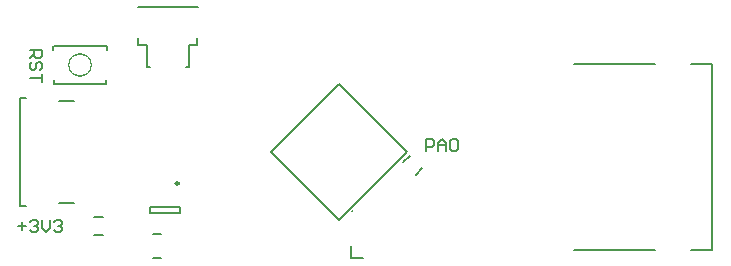
<source format=gbr>
%TF.GenerationSoftware,Altium Limited,Altium Designer,25.4.2 (15)*%
G04 Layer_Color=65535*
%FSLAX45Y45*%
%MOMM*%
%TF.SameCoordinates,D428E1E4-D561-4EBD-83AA-0298DF20FA0A*%
%TF.FilePolarity,Positive*%
%TF.FileFunction,Legend,Top*%
%TF.Part,Single*%
G01*
G75*
%TA.AperFunction,NonConductor*%
%ADD48C,0.25000*%
%ADD49C,0.12700*%
%TA.AperFunction,OtherPad,Pad SW1-H (-21.92mm,7.315mm)*%
%ADD50C,2.00000X1.79600*%
%TA.AperFunction,NonConductor*%
%ADD51C,0.20000*%
%ADD52C,0.15240*%
D48*
X-1356560Y-266700D02*
G03*
X-1356560Y-266700I-12500J0D01*
G01*
D49*
X113443Y-502894D02*
G03*
X113443Y-502894I-5680J0D01*
G01*
D50*
X-2192020Y731520D02*
D03*
D51*
X-1299500Y716145D02*
X-1274100D01*
Y899775D01*
X-1202040D01*
Y963275D01*
X-1629700Y716145D02*
X-1604300D01*
X-1629700D02*
Y899775D01*
X-1701760D02*
X-1629700D01*
X-1701760D02*
Y963275D01*
X-1705900Y1224145D02*
X-1197900D01*
X-1597660Y-469900D02*
X-1343660D01*
X-1597660Y-520700D02*
X-1343660D01*
Y-469900D01*
X-1597660Y-520700D02*
Y-469900D01*
X650963Y-195243D02*
X704844Y-141362D01*
X543200Y-87480D02*
X597081Y-33599D01*
X-1971040Y571500D02*
Y604520D01*
X-2407060Y571500D02*
X-1971040D01*
X-1968500Y858520D02*
Y891540D01*
X-2416360D02*
X-1968500D01*
X-2417880Y858520D02*
Y891540D01*
X-2412800Y571500D02*
Y604520D01*
X104478Y-896595D02*
Y-794995D01*
Y-896595D02*
X206078D01*
X-2703742Y-459235D02*
X-2652942D01*
X-2703742D02*
Y455165D01*
X-2652942D01*
X-2373542Y429765D02*
X-2246542D01*
X-2373542Y-433835D02*
X-2246542D01*
X1993540Y744339D02*
X2679340D01*
X1993540Y-830461D02*
X2679340D01*
X2984140D02*
X3161940D01*
Y744339D01*
X2984140D02*
X3161940D01*
X-1573442Y-700535D02*
X-1509942D01*
X-1573442Y-903735D02*
X-1509942D01*
X-2073822Y-705615D02*
X-1997622D01*
X-2073822Y-553215D02*
X-1997622D01*
X0Y-574736D02*
X574736Y0D01*
X-574736D02*
X0Y574736D01*
X-574736Y0D02*
X0Y-574736D01*
Y574736D02*
X574736Y0D01*
D52*
X734060Y7620D02*
Y109187D01*
X784843D01*
X801771Y92259D01*
Y58403D01*
X784843Y41476D01*
X734060D01*
X835627Y7620D02*
Y75331D01*
X869483Y109187D01*
X903339Y75331D01*
Y7620D01*
Y58403D01*
X835627D01*
X937194Y92259D02*
X954122Y109187D01*
X987978D01*
X1004906Y92259D01*
Y24548D01*
X987978Y7620D01*
X954122D01*
X937194Y24548D01*
Y92259D01*
X-2715260Y-627397D02*
X-2647549D01*
X-2681404Y-593541D02*
Y-661252D01*
X-2613693Y-593541D02*
X-2596765Y-576613D01*
X-2562909D01*
X-2545981Y-593541D01*
Y-610469D01*
X-2562909Y-627397D01*
X-2579837D01*
X-2562909D01*
X-2545981Y-644324D01*
Y-661252D01*
X-2562909Y-678180D01*
X-2596765D01*
X-2613693Y-661252D01*
X-2512126Y-576613D02*
Y-644324D01*
X-2478270Y-678180D01*
X-2444414Y-644324D01*
Y-576613D01*
X-2410558Y-593541D02*
X-2393630Y-576613D01*
X-2359775D01*
X-2342847Y-593541D01*
Y-610469D01*
X-2359775Y-627397D01*
X-2376703D01*
X-2359775D01*
X-2342847Y-644324D01*
Y-661252D01*
X-2359775Y-678180D01*
X-2393630D01*
X-2410558Y-661252D01*
X-2616200Y861060D02*
X-2514633D01*
Y810277D01*
X-2531561Y793349D01*
X-2565417D01*
X-2582344Y810277D01*
Y861060D01*
Y827204D02*
X-2616200Y793349D01*
X-2531561Y691781D02*
X-2514633Y708709D01*
Y742565D01*
X-2531561Y759493D01*
X-2548489D01*
X-2565417Y742565D01*
Y708709D01*
X-2582344Y691781D01*
X-2599272D01*
X-2616200Y708709D01*
Y742565D01*
X-2599272Y759493D01*
X-2514633Y657926D02*
Y590214D01*
Y624070D01*
X-2616200D01*
%TF.MD5,f03638c13afb678729bd181089d613e7*%
M02*

</source>
